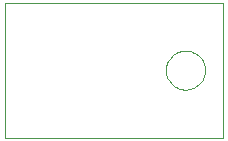
<source format=gko>
G75*
%MOIN*%
%OFA0B0*%
%FSLAX24Y24*%
%IPPOS*%
%LPD*%
%AMOC8*
5,1,8,0,0,1.08239X$1,22.5*
%
%ADD10C,0.0000*%
D10*
X000100Y000152D02*
X000100Y004648D01*
X007345Y004648D01*
X007345Y000152D01*
X000100Y000152D01*
X005450Y002402D02*
X005452Y002452D01*
X005458Y002502D01*
X005468Y002552D01*
X005481Y002600D01*
X005498Y002648D01*
X005519Y002694D01*
X005543Y002738D01*
X005571Y002780D01*
X005602Y002820D01*
X005636Y002857D01*
X005673Y002892D01*
X005712Y002923D01*
X005753Y002952D01*
X005797Y002977D01*
X005843Y002999D01*
X005890Y003017D01*
X005938Y003031D01*
X005987Y003042D01*
X006037Y003049D01*
X006087Y003052D01*
X006138Y003051D01*
X006188Y003046D01*
X006238Y003037D01*
X006286Y003025D01*
X006334Y003008D01*
X006380Y002988D01*
X006425Y002965D01*
X006468Y002938D01*
X006508Y002908D01*
X006546Y002875D01*
X006581Y002839D01*
X006614Y002800D01*
X006643Y002759D01*
X006669Y002716D01*
X006692Y002671D01*
X006711Y002624D01*
X006726Y002576D01*
X006738Y002527D01*
X006746Y002477D01*
X006750Y002427D01*
X006750Y002377D01*
X006746Y002327D01*
X006738Y002277D01*
X006726Y002228D01*
X006711Y002180D01*
X006692Y002133D01*
X006669Y002088D01*
X006643Y002045D01*
X006614Y002004D01*
X006581Y001965D01*
X006546Y001929D01*
X006508Y001896D01*
X006468Y001866D01*
X006425Y001839D01*
X006380Y001816D01*
X006334Y001796D01*
X006286Y001779D01*
X006238Y001767D01*
X006188Y001758D01*
X006138Y001753D01*
X006087Y001752D01*
X006037Y001755D01*
X005987Y001762D01*
X005938Y001773D01*
X005890Y001787D01*
X005843Y001805D01*
X005797Y001827D01*
X005753Y001852D01*
X005712Y001881D01*
X005673Y001912D01*
X005636Y001947D01*
X005602Y001984D01*
X005571Y002024D01*
X005543Y002066D01*
X005519Y002110D01*
X005498Y002156D01*
X005481Y002204D01*
X005468Y002252D01*
X005458Y002302D01*
X005452Y002352D01*
X005450Y002402D01*
M02*

</source>
